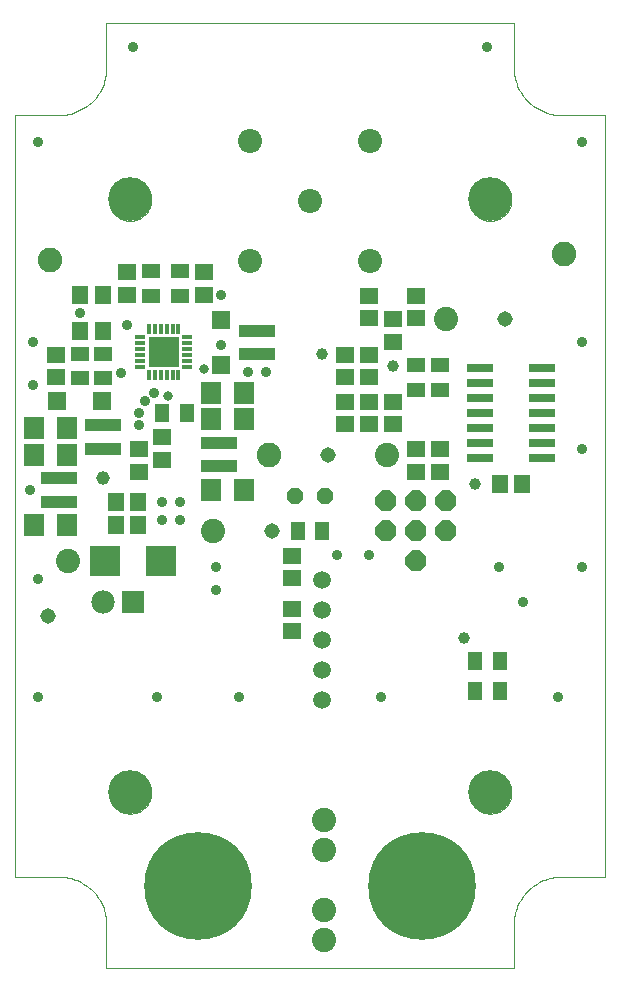
<source format=gts>
G75*
%MOIN*%
%OFA0B0*%
%FSLAX24Y24*%
%IPPOS*%
%LPD*%
%AMOC8*
5,1,8,0,0,1.08239X$1,22.5*
%
%ADD10R,0.0552X0.0631*%
%ADD11R,0.0631X0.0552*%
%ADD12R,0.0670X0.0749*%
%ADD13R,0.0591X0.0591*%
%ADD14R,0.1221X0.0434*%
%ADD15R,0.0512X0.0631*%
%ADD16R,0.0631X0.0512*%
%ADD17R,0.0160X0.0360*%
%ADD18R,0.0360X0.0160*%
%ADD19R,0.0985X0.0985*%
%ADD20C,0.0808*%
%ADD21C,0.0516*%
%ADD22C,0.0820*%
%ADD23R,0.0906X0.0276*%
%ADD24C,0.0000*%
%ADD25C,0.1457*%
%ADD26C,0.3583*%
%ADD27C,0.0039*%
%ADD28C,0.0237*%
%ADD29C,0.0805*%
%ADD30R,0.0780X0.0780*%
%ADD31C,0.0780*%
%ADD32OC8,0.0700*%
%ADD33OC8,0.0560*%
%ADD34R,0.1040X0.1040*%
%ADD35C,0.0594*%
%ADD36C,0.0357*%
%ADD37C,0.0396*%
%ADD38C,0.0317*%
%ADD39C,0.0453*%
D10*
X007856Y016064D03*
X007856Y016851D03*
X008604Y016851D03*
X008604Y016064D03*
X007423Y022560D03*
X006675Y022560D03*
X006675Y023741D03*
X007423Y023741D03*
X020651Y017442D03*
X021399Y017442D03*
D11*
X018663Y017855D03*
X018663Y018603D03*
X017875Y018603D03*
X017875Y017855D03*
X017088Y019430D03*
X017088Y020178D03*
X016301Y020178D03*
X016301Y019430D03*
X015513Y019430D03*
X015513Y020178D03*
X015513Y021005D03*
X015513Y021753D03*
X016301Y021753D03*
X016301Y021005D03*
X017088Y022186D03*
X017088Y022934D03*
X017875Y022973D03*
X017875Y023721D03*
X016301Y023721D03*
X016301Y022973D03*
X010789Y023761D03*
X010789Y024509D03*
X008230Y024509D03*
X008230Y023761D03*
X005867Y021753D03*
X005867Y021005D03*
X008623Y018603D03*
X008623Y017855D03*
X009411Y018249D03*
X009411Y018997D03*
X013741Y015060D03*
X013741Y014312D03*
X013741Y013288D03*
X013741Y012540D03*
D12*
X012127Y017245D03*
X011025Y017245D03*
X011025Y019607D03*
X011025Y020493D03*
X012127Y020493D03*
X012127Y019607D03*
X006222Y019312D03*
X006222Y018426D03*
X005119Y018426D03*
X005119Y019312D03*
X005119Y016064D03*
X006222Y016064D03*
D13*
X005907Y020198D03*
X007403Y020198D03*
X011379Y021418D03*
X011379Y022914D03*
D14*
X012560Y022560D03*
X012560Y021772D03*
X011281Y018820D03*
X011281Y018032D03*
X007442Y018623D03*
X007442Y019410D03*
X005966Y017639D03*
X005966Y016851D03*
D15*
X009391Y019804D03*
X010218Y019804D03*
X013919Y015867D03*
X014745Y015867D03*
X019824Y011536D03*
X019824Y010552D03*
X020651Y010552D03*
X020651Y011536D03*
D16*
X018663Y020572D03*
X018663Y021398D03*
X017875Y021398D03*
X017875Y020572D03*
X010001Y023721D03*
X010001Y024548D03*
X009017Y024548D03*
X009017Y023721D03*
X007442Y021792D03*
X007442Y020965D03*
X006655Y020965D03*
X006655Y021792D03*
D17*
X008960Y021063D03*
X009150Y021063D03*
X009350Y021063D03*
X009550Y021063D03*
X009750Y021063D03*
X009940Y021063D03*
X009940Y022623D03*
X009750Y022623D03*
X009550Y022623D03*
X009350Y022623D03*
X009150Y022623D03*
X008960Y022623D03*
D18*
X008670Y022333D03*
X008670Y022143D03*
X008670Y021943D03*
X008670Y021743D03*
X008670Y021543D03*
X008670Y021353D03*
X010230Y021353D03*
X010230Y021543D03*
X010230Y021743D03*
X010230Y021943D03*
X010230Y022143D03*
X010230Y022333D03*
D19*
X009450Y021833D03*
D20*
X011084Y015867D03*
X006261Y014883D03*
X014785Y006239D03*
X014785Y005239D03*
X014785Y003239D03*
X014785Y002239D03*
X016891Y018426D03*
X018860Y022954D03*
D21*
X020828Y022954D03*
X014923Y018426D03*
X013052Y015867D03*
X005588Y013033D03*
D22*
X012954Y018426D03*
X005671Y024922D03*
X022797Y025119D03*
D23*
X022049Y021304D03*
X022049Y020804D03*
X022049Y020304D03*
X022049Y019804D03*
X022049Y019304D03*
X022049Y018804D03*
X022049Y018304D03*
X020001Y018304D03*
X020001Y018804D03*
X020001Y019304D03*
X020001Y019804D03*
X020001Y020304D03*
X020001Y020804D03*
X020001Y021304D03*
D24*
X005966Y004351D02*
X004489Y004351D01*
X004489Y029745D01*
X005966Y029745D01*
X006043Y029747D01*
X006120Y029753D01*
X006197Y029762D01*
X006273Y029775D01*
X006349Y029792D01*
X006423Y029813D01*
X006497Y029837D01*
X006569Y029865D01*
X006639Y029896D01*
X006708Y029931D01*
X006776Y029969D01*
X006841Y030010D01*
X006904Y030055D01*
X006965Y030103D01*
X007024Y030153D01*
X007080Y030206D01*
X007133Y030262D01*
X007183Y030321D01*
X007231Y030382D01*
X007276Y030445D01*
X007317Y030510D01*
X007355Y030578D01*
X007390Y030647D01*
X007421Y030717D01*
X007449Y030789D01*
X007473Y030863D01*
X007494Y030937D01*
X007511Y031013D01*
X007524Y031089D01*
X007533Y031166D01*
X007539Y031243D01*
X007541Y031320D01*
X007541Y032796D01*
X021123Y032796D01*
X021123Y031320D01*
X021125Y031243D01*
X021131Y031166D01*
X021140Y031089D01*
X021153Y031013D01*
X021170Y030937D01*
X021191Y030863D01*
X021215Y030789D01*
X021243Y030717D01*
X021274Y030647D01*
X021309Y030578D01*
X021347Y030510D01*
X021388Y030445D01*
X021433Y030382D01*
X021481Y030321D01*
X021531Y030262D01*
X021584Y030206D01*
X021640Y030153D01*
X021699Y030103D01*
X021760Y030055D01*
X021823Y030010D01*
X021888Y029969D01*
X021956Y029931D01*
X022025Y029896D01*
X022095Y029865D01*
X022167Y029837D01*
X022241Y029813D01*
X022315Y029792D01*
X022391Y029775D01*
X022467Y029762D01*
X022544Y029753D01*
X022621Y029747D01*
X022698Y029745D01*
X024175Y029745D01*
X024175Y004351D01*
X022698Y004351D01*
X022621Y004349D01*
X022544Y004343D01*
X022467Y004334D01*
X022391Y004321D01*
X022315Y004304D01*
X022241Y004283D01*
X022167Y004259D01*
X022095Y004231D01*
X022025Y004200D01*
X021956Y004165D01*
X021888Y004127D01*
X021823Y004086D01*
X021760Y004041D01*
X021699Y003993D01*
X021640Y003943D01*
X021584Y003890D01*
X021531Y003834D01*
X021481Y003775D01*
X021433Y003714D01*
X021388Y003651D01*
X021347Y003586D01*
X021309Y003518D01*
X021274Y003449D01*
X021243Y003379D01*
X021215Y003307D01*
X021191Y003233D01*
X021170Y003159D01*
X021153Y003083D01*
X021140Y003007D01*
X021131Y002930D01*
X021125Y002853D01*
X021123Y002776D01*
X021123Y001300D01*
X007541Y001300D01*
X007541Y002776D01*
X007539Y002853D01*
X007533Y002930D01*
X007524Y003007D01*
X007511Y003083D01*
X007494Y003159D01*
X007473Y003233D01*
X007449Y003307D01*
X007421Y003379D01*
X007390Y003449D01*
X007355Y003518D01*
X007317Y003586D01*
X007276Y003651D01*
X007231Y003714D01*
X007183Y003775D01*
X007133Y003834D01*
X007080Y003890D01*
X007024Y003943D01*
X006965Y003993D01*
X006904Y004041D01*
X006841Y004086D01*
X006776Y004127D01*
X006708Y004165D01*
X006639Y004200D01*
X006569Y004231D01*
X006497Y004259D01*
X006423Y004283D01*
X006349Y004304D01*
X006273Y004321D01*
X006197Y004334D01*
X006120Y004343D01*
X006043Y004349D01*
X005966Y004351D01*
X007619Y007166D02*
X007621Y007219D01*
X007627Y007272D01*
X007637Y007324D01*
X007650Y007375D01*
X007668Y007425D01*
X007689Y007474D01*
X007714Y007521D01*
X007742Y007565D01*
X007774Y007608D01*
X007808Y007648D01*
X007846Y007686D01*
X007886Y007720D01*
X007929Y007752D01*
X007974Y007780D01*
X008020Y007805D01*
X008069Y007826D01*
X008119Y007844D01*
X008170Y007857D01*
X008222Y007867D01*
X008275Y007873D01*
X008328Y007875D01*
X008381Y007873D01*
X008434Y007867D01*
X008486Y007857D01*
X008537Y007844D01*
X008587Y007826D01*
X008636Y007805D01*
X008683Y007780D01*
X008727Y007752D01*
X008770Y007720D01*
X008810Y007686D01*
X008848Y007648D01*
X008882Y007608D01*
X008914Y007565D01*
X008942Y007520D01*
X008967Y007474D01*
X008988Y007425D01*
X009006Y007375D01*
X009019Y007324D01*
X009029Y007272D01*
X009035Y007219D01*
X009037Y007166D01*
X009035Y007113D01*
X009029Y007060D01*
X009019Y007008D01*
X009006Y006957D01*
X008988Y006907D01*
X008967Y006858D01*
X008942Y006811D01*
X008914Y006767D01*
X008882Y006724D01*
X008848Y006684D01*
X008810Y006646D01*
X008770Y006612D01*
X008727Y006580D01*
X008682Y006552D01*
X008636Y006527D01*
X008587Y006506D01*
X008537Y006488D01*
X008486Y006475D01*
X008434Y006465D01*
X008381Y006459D01*
X008328Y006457D01*
X008275Y006459D01*
X008222Y006465D01*
X008170Y006475D01*
X008119Y006488D01*
X008069Y006506D01*
X008020Y006527D01*
X007973Y006552D01*
X007929Y006580D01*
X007886Y006612D01*
X007846Y006646D01*
X007808Y006684D01*
X007774Y006724D01*
X007742Y006767D01*
X007714Y006812D01*
X007689Y006858D01*
X007668Y006907D01*
X007650Y006957D01*
X007637Y007008D01*
X007627Y007060D01*
X007621Y007113D01*
X007619Y007166D01*
X009608Y005040D02*
X009610Y005059D01*
X009615Y005078D01*
X009625Y005094D01*
X009637Y005109D01*
X009652Y005121D01*
X009668Y005131D01*
X009687Y005136D01*
X009706Y005138D01*
X009725Y005136D01*
X009744Y005131D01*
X009760Y005121D01*
X009775Y005109D01*
X009787Y005094D01*
X009797Y005078D01*
X009802Y005059D01*
X009804Y005040D01*
X009802Y005021D01*
X009797Y005002D01*
X009787Y004986D01*
X009775Y004971D01*
X009760Y004959D01*
X009744Y004949D01*
X009725Y004944D01*
X009706Y004942D01*
X009687Y004944D01*
X009668Y004949D01*
X009652Y004959D01*
X009637Y004971D01*
X009625Y004986D01*
X009615Y005002D01*
X009610Y005021D01*
X009608Y005040D01*
X010494Y005434D02*
X010496Y005453D01*
X010501Y005472D01*
X010511Y005488D01*
X010523Y005503D01*
X010538Y005515D01*
X010554Y005525D01*
X010573Y005530D01*
X010592Y005532D01*
X010611Y005530D01*
X010630Y005525D01*
X010646Y005515D01*
X010661Y005503D01*
X010673Y005488D01*
X010683Y005472D01*
X010688Y005453D01*
X010690Y005434D01*
X010688Y005415D01*
X010683Y005396D01*
X010673Y005380D01*
X010661Y005365D01*
X010646Y005353D01*
X010630Y005343D01*
X010611Y005338D01*
X010592Y005336D01*
X010573Y005338D01*
X010554Y005343D01*
X010538Y005353D01*
X010523Y005365D01*
X010511Y005380D01*
X010501Y005396D01*
X010496Y005415D01*
X010494Y005434D01*
X011478Y005040D02*
X011480Y005059D01*
X011485Y005078D01*
X011495Y005094D01*
X011507Y005109D01*
X011522Y005121D01*
X011538Y005131D01*
X011557Y005136D01*
X011576Y005138D01*
X011595Y005136D01*
X011614Y005131D01*
X011630Y005121D01*
X011645Y005109D01*
X011657Y005094D01*
X011667Y005078D01*
X011672Y005059D01*
X011674Y005040D01*
X011672Y005021D01*
X011667Y005002D01*
X011657Y004986D01*
X011645Y004971D01*
X011630Y004959D01*
X011614Y004949D01*
X011595Y004944D01*
X011576Y004942D01*
X011557Y004944D01*
X011538Y004949D01*
X011522Y004959D01*
X011507Y004971D01*
X011495Y004986D01*
X011485Y005002D01*
X011480Y005021D01*
X011478Y005040D01*
X011872Y004056D02*
X011874Y004075D01*
X011879Y004094D01*
X011889Y004110D01*
X011901Y004125D01*
X011916Y004137D01*
X011932Y004147D01*
X011951Y004152D01*
X011970Y004154D01*
X011989Y004152D01*
X012008Y004147D01*
X012024Y004137D01*
X012039Y004125D01*
X012051Y004110D01*
X012061Y004094D01*
X012066Y004075D01*
X012068Y004056D01*
X012066Y004037D01*
X012061Y004018D01*
X012051Y004002D01*
X012039Y003987D01*
X012024Y003975D01*
X012008Y003965D01*
X011989Y003960D01*
X011970Y003958D01*
X011951Y003960D01*
X011932Y003965D01*
X011916Y003975D01*
X011901Y003987D01*
X011889Y004002D01*
X011879Y004018D01*
X011874Y004037D01*
X011872Y004056D01*
X011478Y003072D02*
X011480Y003091D01*
X011485Y003110D01*
X011495Y003126D01*
X011507Y003141D01*
X011522Y003153D01*
X011538Y003163D01*
X011557Y003168D01*
X011576Y003170D01*
X011595Y003168D01*
X011614Y003163D01*
X011630Y003153D01*
X011645Y003141D01*
X011657Y003126D01*
X011667Y003110D01*
X011672Y003091D01*
X011674Y003072D01*
X011672Y003053D01*
X011667Y003034D01*
X011657Y003018D01*
X011645Y003003D01*
X011630Y002991D01*
X011614Y002981D01*
X011595Y002976D01*
X011576Y002974D01*
X011557Y002976D01*
X011538Y002981D01*
X011522Y002991D01*
X011507Y003003D01*
X011495Y003018D01*
X011485Y003034D01*
X011480Y003053D01*
X011478Y003072D01*
X010494Y002678D02*
X010496Y002697D01*
X010501Y002716D01*
X010511Y002732D01*
X010523Y002747D01*
X010538Y002759D01*
X010554Y002769D01*
X010573Y002774D01*
X010592Y002776D01*
X010611Y002774D01*
X010630Y002769D01*
X010646Y002759D01*
X010661Y002747D01*
X010673Y002732D01*
X010683Y002716D01*
X010688Y002697D01*
X010690Y002678D01*
X010688Y002659D01*
X010683Y002640D01*
X010673Y002624D01*
X010661Y002609D01*
X010646Y002597D01*
X010630Y002587D01*
X010611Y002582D01*
X010592Y002580D01*
X010573Y002582D01*
X010554Y002587D01*
X010538Y002597D01*
X010523Y002609D01*
X010511Y002624D01*
X010501Y002640D01*
X010496Y002659D01*
X010494Y002678D01*
X009510Y003072D02*
X009512Y003091D01*
X009517Y003110D01*
X009527Y003126D01*
X009539Y003141D01*
X009554Y003153D01*
X009570Y003163D01*
X009589Y003168D01*
X009608Y003170D01*
X009627Y003168D01*
X009646Y003163D01*
X009662Y003153D01*
X009677Y003141D01*
X009689Y003126D01*
X009699Y003110D01*
X009704Y003091D01*
X009706Y003072D01*
X009704Y003053D01*
X009699Y003034D01*
X009689Y003018D01*
X009677Y003003D01*
X009662Y002991D01*
X009646Y002981D01*
X009627Y002976D01*
X009608Y002974D01*
X009589Y002976D01*
X009570Y002981D01*
X009554Y002991D01*
X009539Y003003D01*
X009527Y003018D01*
X009517Y003034D01*
X009512Y003053D01*
X009510Y003072D01*
X009116Y004056D02*
X009118Y004075D01*
X009123Y004094D01*
X009133Y004110D01*
X009145Y004125D01*
X009160Y004137D01*
X009176Y004147D01*
X009195Y004152D01*
X009214Y004154D01*
X009233Y004152D01*
X009252Y004147D01*
X009268Y004137D01*
X009283Y004125D01*
X009295Y004110D01*
X009305Y004094D01*
X009310Y004075D01*
X009312Y004056D01*
X009310Y004037D01*
X009305Y004018D01*
X009295Y004002D01*
X009283Y003987D01*
X009268Y003975D01*
X009252Y003965D01*
X009233Y003960D01*
X009214Y003958D01*
X009195Y003960D01*
X009176Y003965D01*
X009160Y003975D01*
X009145Y003987D01*
X009133Y004002D01*
X009123Y004018D01*
X009118Y004037D01*
X009116Y004056D01*
X016596Y004056D02*
X016598Y004075D01*
X016603Y004094D01*
X016613Y004110D01*
X016625Y004125D01*
X016640Y004137D01*
X016656Y004147D01*
X016675Y004152D01*
X016694Y004154D01*
X016713Y004152D01*
X016732Y004147D01*
X016748Y004137D01*
X016763Y004125D01*
X016775Y004110D01*
X016785Y004094D01*
X016790Y004075D01*
X016792Y004056D01*
X016790Y004037D01*
X016785Y004018D01*
X016775Y004002D01*
X016763Y003987D01*
X016748Y003975D01*
X016732Y003965D01*
X016713Y003960D01*
X016694Y003958D01*
X016675Y003960D01*
X016656Y003965D01*
X016640Y003975D01*
X016625Y003987D01*
X016613Y004002D01*
X016603Y004018D01*
X016598Y004037D01*
X016596Y004056D01*
X016990Y003072D02*
X016992Y003091D01*
X016997Y003110D01*
X017007Y003126D01*
X017019Y003141D01*
X017034Y003153D01*
X017050Y003163D01*
X017069Y003168D01*
X017088Y003170D01*
X017107Y003168D01*
X017126Y003163D01*
X017142Y003153D01*
X017157Y003141D01*
X017169Y003126D01*
X017179Y003110D01*
X017184Y003091D01*
X017186Y003072D01*
X017184Y003053D01*
X017179Y003034D01*
X017169Y003018D01*
X017157Y003003D01*
X017142Y002991D01*
X017126Y002981D01*
X017107Y002976D01*
X017088Y002974D01*
X017069Y002976D01*
X017050Y002981D01*
X017034Y002991D01*
X017019Y003003D01*
X017007Y003018D01*
X016997Y003034D01*
X016992Y003053D01*
X016990Y003072D01*
X017974Y002678D02*
X017976Y002697D01*
X017981Y002716D01*
X017991Y002732D01*
X018003Y002747D01*
X018018Y002759D01*
X018034Y002769D01*
X018053Y002774D01*
X018072Y002776D01*
X018091Y002774D01*
X018110Y002769D01*
X018126Y002759D01*
X018141Y002747D01*
X018153Y002732D01*
X018163Y002716D01*
X018168Y002697D01*
X018170Y002678D01*
X018168Y002659D01*
X018163Y002640D01*
X018153Y002624D01*
X018141Y002609D01*
X018126Y002597D01*
X018110Y002587D01*
X018091Y002582D01*
X018072Y002580D01*
X018053Y002582D01*
X018034Y002587D01*
X018018Y002597D01*
X018003Y002609D01*
X017991Y002624D01*
X017981Y002640D01*
X017976Y002659D01*
X017974Y002678D01*
X018958Y003072D02*
X018960Y003091D01*
X018965Y003110D01*
X018975Y003126D01*
X018987Y003141D01*
X019002Y003153D01*
X019018Y003163D01*
X019037Y003168D01*
X019056Y003170D01*
X019075Y003168D01*
X019094Y003163D01*
X019110Y003153D01*
X019125Y003141D01*
X019137Y003126D01*
X019147Y003110D01*
X019152Y003091D01*
X019154Y003072D01*
X019152Y003053D01*
X019147Y003034D01*
X019137Y003018D01*
X019125Y003003D01*
X019110Y002991D01*
X019094Y002981D01*
X019075Y002976D01*
X019056Y002974D01*
X019037Y002976D01*
X019018Y002981D01*
X019002Y002991D01*
X018987Y003003D01*
X018975Y003018D01*
X018965Y003034D01*
X018960Y003053D01*
X018958Y003072D01*
X019352Y004056D02*
X019354Y004075D01*
X019359Y004094D01*
X019369Y004110D01*
X019381Y004125D01*
X019396Y004137D01*
X019412Y004147D01*
X019431Y004152D01*
X019450Y004154D01*
X019469Y004152D01*
X019488Y004147D01*
X019504Y004137D01*
X019519Y004125D01*
X019531Y004110D01*
X019541Y004094D01*
X019546Y004075D01*
X019548Y004056D01*
X019546Y004037D01*
X019541Y004018D01*
X019531Y004002D01*
X019519Y003987D01*
X019504Y003975D01*
X019488Y003965D01*
X019469Y003960D01*
X019450Y003958D01*
X019431Y003960D01*
X019412Y003965D01*
X019396Y003975D01*
X019381Y003987D01*
X019369Y004002D01*
X019359Y004018D01*
X019354Y004037D01*
X019352Y004056D01*
X018958Y005040D02*
X018960Y005059D01*
X018965Y005078D01*
X018975Y005094D01*
X018987Y005109D01*
X019002Y005121D01*
X019018Y005131D01*
X019037Y005136D01*
X019056Y005138D01*
X019075Y005136D01*
X019094Y005131D01*
X019110Y005121D01*
X019125Y005109D01*
X019137Y005094D01*
X019147Y005078D01*
X019152Y005059D01*
X019154Y005040D01*
X019152Y005021D01*
X019147Y005002D01*
X019137Y004986D01*
X019125Y004971D01*
X019110Y004959D01*
X019094Y004949D01*
X019075Y004944D01*
X019056Y004942D01*
X019037Y004944D01*
X019018Y004949D01*
X019002Y004959D01*
X018987Y004971D01*
X018975Y004986D01*
X018965Y005002D01*
X018960Y005021D01*
X018958Y005040D01*
X017974Y005434D02*
X017976Y005453D01*
X017981Y005472D01*
X017991Y005488D01*
X018003Y005503D01*
X018018Y005515D01*
X018034Y005525D01*
X018053Y005530D01*
X018072Y005532D01*
X018091Y005530D01*
X018110Y005525D01*
X018126Y005515D01*
X018141Y005503D01*
X018153Y005488D01*
X018163Y005472D01*
X018168Y005453D01*
X018170Y005434D01*
X018168Y005415D01*
X018163Y005396D01*
X018153Y005380D01*
X018141Y005365D01*
X018126Y005353D01*
X018110Y005343D01*
X018091Y005338D01*
X018072Y005336D01*
X018053Y005338D01*
X018034Y005343D01*
X018018Y005353D01*
X018003Y005365D01*
X017991Y005380D01*
X017981Y005396D01*
X017976Y005415D01*
X017974Y005434D01*
X017088Y005040D02*
X017090Y005059D01*
X017095Y005078D01*
X017105Y005094D01*
X017117Y005109D01*
X017132Y005121D01*
X017148Y005131D01*
X017167Y005136D01*
X017186Y005138D01*
X017205Y005136D01*
X017224Y005131D01*
X017240Y005121D01*
X017255Y005109D01*
X017267Y005094D01*
X017277Y005078D01*
X017282Y005059D01*
X017284Y005040D01*
X017282Y005021D01*
X017277Y005002D01*
X017267Y004986D01*
X017255Y004971D01*
X017240Y004959D01*
X017224Y004949D01*
X017205Y004944D01*
X017186Y004942D01*
X017167Y004944D01*
X017148Y004949D01*
X017132Y004959D01*
X017117Y004971D01*
X017105Y004986D01*
X017095Y005002D01*
X017090Y005021D01*
X017088Y005040D01*
X019627Y007166D02*
X019629Y007219D01*
X019635Y007272D01*
X019645Y007324D01*
X019658Y007375D01*
X019676Y007425D01*
X019697Y007474D01*
X019722Y007521D01*
X019750Y007565D01*
X019782Y007608D01*
X019816Y007648D01*
X019854Y007686D01*
X019894Y007720D01*
X019937Y007752D01*
X019982Y007780D01*
X020028Y007805D01*
X020077Y007826D01*
X020127Y007844D01*
X020178Y007857D01*
X020230Y007867D01*
X020283Y007873D01*
X020336Y007875D01*
X020389Y007873D01*
X020442Y007867D01*
X020494Y007857D01*
X020545Y007844D01*
X020595Y007826D01*
X020644Y007805D01*
X020691Y007780D01*
X020735Y007752D01*
X020778Y007720D01*
X020818Y007686D01*
X020856Y007648D01*
X020890Y007608D01*
X020922Y007565D01*
X020950Y007520D01*
X020975Y007474D01*
X020996Y007425D01*
X021014Y007375D01*
X021027Y007324D01*
X021037Y007272D01*
X021043Y007219D01*
X021045Y007166D01*
X021043Y007113D01*
X021037Y007060D01*
X021027Y007008D01*
X021014Y006957D01*
X020996Y006907D01*
X020975Y006858D01*
X020950Y006811D01*
X020922Y006767D01*
X020890Y006724D01*
X020856Y006684D01*
X020818Y006646D01*
X020778Y006612D01*
X020735Y006580D01*
X020690Y006552D01*
X020644Y006527D01*
X020595Y006506D01*
X020545Y006488D01*
X020494Y006475D01*
X020442Y006465D01*
X020389Y006459D01*
X020336Y006457D01*
X020283Y006459D01*
X020230Y006465D01*
X020178Y006475D01*
X020127Y006488D01*
X020077Y006506D01*
X020028Y006527D01*
X019981Y006552D01*
X019937Y006580D01*
X019894Y006612D01*
X019854Y006646D01*
X019816Y006684D01*
X019782Y006724D01*
X019750Y006767D01*
X019722Y006812D01*
X019697Y006858D01*
X019676Y006907D01*
X019658Y006957D01*
X019645Y007008D01*
X019635Y007060D01*
X019629Y007113D01*
X019627Y007166D01*
X019627Y026930D02*
X019629Y026983D01*
X019635Y027036D01*
X019645Y027088D01*
X019658Y027139D01*
X019676Y027189D01*
X019697Y027238D01*
X019722Y027285D01*
X019750Y027329D01*
X019782Y027372D01*
X019816Y027412D01*
X019854Y027450D01*
X019894Y027484D01*
X019937Y027516D01*
X019982Y027544D01*
X020028Y027569D01*
X020077Y027590D01*
X020127Y027608D01*
X020178Y027621D01*
X020230Y027631D01*
X020283Y027637D01*
X020336Y027639D01*
X020389Y027637D01*
X020442Y027631D01*
X020494Y027621D01*
X020545Y027608D01*
X020595Y027590D01*
X020644Y027569D01*
X020691Y027544D01*
X020735Y027516D01*
X020778Y027484D01*
X020818Y027450D01*
X020856Y027412D01*
X020890Y027372D01*
X020922Y027329D01*
X020950Y027284D01*
X020975Y027238D01*
X020996Y027189D01*
X021014Y027139D01*
X021027Y027088D01*
X021037Y027036D01*
X021043Y026983D01*
X021045Y026930D01*
X021043Y026877D01*
X021037Y026824D01*
X021027Y026772D01*
X021014Y026721D01*
X020996Y026671D01*
X020975Y026622D01*
X020950Y026575D01*
X020922Y026531D01*
X020890Y026488D01*
X020856Y026448D01*
X020818Y026410D01*
X020778Y026376D01*
X020735Y026344D01*
X020690Y026316D01*
X020644Y026291D01*
X020595Y026270D01*
X020545Y026252D01*
X020494Y026239D01*
X020442Y026229D01*
X020389Y026223D01*
X020336Y026221D01*
X020283Y026223D01*
X020230Y026229D01*
X020178Y026239D01*
X020127Y026252D01*
X020077Y026270D01*
X020028Y026291D01*
X019981Y026316D01*
X019937Y026344D01*
X019894Y026376D01*
X019854Y026410D01*
X019816Y026448D01*
X019782Y026488D01*
X019750Y026531D01*
X019722Y026576D01*
X019697Y026622D01*
X019676Y026671D01*
X019658Y026721D01*
X019645Y026772D01*
X019635Y026824D01*
X019629Y026877D01*
X019627Y026930D01*
X007619Y026930D02*
X007621Y026983D01*
X007627Y027036D01*
X007637Y027088D01*
X007650Y027139D01*
X007668Y027189D01*
X007689Y027238D01*
X007714Y027285D01*
X007742Y027329D01*
X007774Y027372D01*
X007808Y027412D01*
X007846Y027450D01*
X007886Y027484D01*
X007929Y027516D01*
X007974Y027544D01*
X008020Y027569D01*
X008069Y027590D01*
X008119Y027608D01*
X008170Y027621D01*
X008222Y027631D01*
X008275Y027637D01*
X008328Y027639D01*
X008381Y027637D01*
X008434Y027631D01*
X008486Y027621D01*
X008537Y027608D01*
X008587Y027590D01*
X008636Y027569D01*
X008683Y027544D01*
X008727Y027516D01*
X008770Y027484D01*
X008810Y027450D01*
X008848Y027412D01*
X008882Y027372D01*
X008914Y027329D01*
X008942Y027284D01*
X008967Y027238D01*
X008988Y027189D01*
X009006Y027139D01*
X009019Y027088D01*
X009029Y027036D01*
X009035Y026983D01*
X009037Y026930D01*
X009035Y026877D01*
X009029Y026824D01*
X009019Y026772D01*
X009006Y026721D01*
X008988Y026671D01*
X008967Y026622D01*
X008942Y026575D01*
X008914Y026531D01*
X008882Y026488D01*
X008848Y026448D01*
X008810Y026410D01*
X008770Y026376D01*
X008727Y026344D01*
X008682Y026316D01*
X008636Y026291D01*
X008587Y026270D01*
X008537Y026252D01*
X008486Y026239D01*
X008434Y026229D01*
X008381Y026223D01*
X008328Y026221D01*
X008275Y026223D01*
X008222Y026229D01*
X008170Y026239D01*
X008119Y026252D01*
X008069Y026270D01*
X008020Y026291D01*
X007973Y026316D01*
X007929Y026344D01*
X007886Y026376D01*
X007846Y026410D01*
X007808Y026448D01*
X007774Y026488D01*
X007742Y026531D01*
X007714Y026576D01*
X007689Y026622D01*
X007668Y026671D01*
X007650Y026721D01*
X007637Y026772D01*
X007627Y026824D01*
X007621Y026877D01*
X007619Y026930D01*
D25*
X008328Y026930D03*
X020336Y026930D03*
X020336Y007166D03*
X008328Y007166D03*
D26*
X010592Y004056D03*
X018072Y004056D03*
D27*
X017147Y004056D02*
X017149Y004116D01*
X017155Y004177D01*
X017165Y004236D01*
X017179Y004295D01*
X017196Y004353D01*
X017217Y004410D01*
X017242Y004465D01*
X017271Y004518D01*
X017303Y004570D01*
X017338Y004619D01*
X017377Y004666D01*
X017418Y004710D01*
X017462Y004751D01*
X017509Y004790D01*
X017558Y004825D01*
X017609Y004857D01*
X017663Y004886D01*
X017718Y004911D01*
X017775Y004932D01*
X017833Y004949D01*
X017892Y004963D01*
X017951Y004973D01*
X018012Y004979D01*
X018072Y004981D01*
X018132Y004979D01*
X018193Y004973D01*
X018252Y004963D01*
X018311Y004949D01*
X018369Y004932D01*
X018426Y004911D01*
X018481Y004886D01*
X018534Y004857D01*
X018586Y004825D01*
X018635Y004790D01*
X018682Y004751D01*
X018726Y004710D01*
X018767Y004666D01*
X018806Y004619D01*
X018841Y004570D01*
X018873Y004519D01*
X018902Y004465D01*
X018927Y004410D01*
X018948Y004353D01*
X018965Y004295D01*
X018979Y004236D01*
X018989Y004177D01*
X018995Y004116D01*
X018997Y004056D01*
X018995Y003996D01*
X018989Y003935D01*
X018979Y003876D01*
X018965Y003817D01*
X018948Y003759D01*
X018927Y003702D01*
X018902Y003647D01*
X018873Y003594D01*
X018841Y003542D01*
X018806Y003493D01*
X018767Y003446D01*
X018726Y003402D01*
X018682Y003361D01*
X018635Y003322D01*
X018586Y003287D01*
X018535Y003255D01*
X018481Y003226D01*
X018426Y003201D01*
X018369Y003180D01*
X018311Y003163D01*
X018252Y003149D01*
X018193Y003139D01*
X018132Y003133D01*
X018072Y003131D01*
X018012Y003133D01*
X017951Y003139D01*
X017892Y003149D01*
X017833Y003163D01*
X017775Y003180D01*
X017718Y003201D01*
X017663Y003226D01*
X017610Y003255D01*
X017558Y003287D01*
X017509Y003322D01*
X017462Y003361D01*
X017418Y003402D01*
X017377Y003446D01*
X017338Y003493D01*
X017303Y003542D01*
X017271Y003593D01*
X017242Y003647D01*
X017217Y003702D01*
X017196Y003759D01*
X017179Y003817D01*
X017165Y003876D01*
X017155Y003935D01*
X017149Y003996D01*
X017147Y004056D01*
X009667Y004056D02*
X009669Y004116D01*
X009675Y004177D01*
X009685Y004236D01*
X009699Y004295D01*
X009716Y004353D01*
X009737Y004410D01*
X009762Y004465D01*
X009791Y004518D01*
X009823Y004570D01*
X009858Y004619D01*
X009897Y004666D01*
X009938Y004710D01*
X009982Y004751D01*
X010029Y004790D01*
X010078Y004825D01*
X010129Y004857D01*
X010183Y004886D01*
X010238Y004911D01*
X010295Y004932D01*
X010353Y004949D01*
X010412Y004963D01*
X010471Y004973D01*
X010532Y004979D01*
X010592Y004981D01*
X010652Y004979D01*
X010713Y004973D01*
X010772Y004963D01*
X010831Y004949D01*
X010889Y004932D01*
X010946Y004911D01*
X011001Y004886D01*
X011054Y004857D01*
X011106Y004825D01*
X011155Y004790D01*
X011202Y004751D01*
X011246Y004710D01*
X011287Y004666D01*
X011326Y004619D01*
X011361Y004570D01*
X011393Y004519D01*
X011422Y004465D01*
X011447Y004410D01*
X011468Y004353D01*
X011485Y004295D01*
X011499Y004236D01*
X011509Y004177D01*
X011515Y004116D01*
X011517Y004056D01*
X011515Y003996D01*
X011509Y003935D01*
X011499Y003876D01*
X011485Y003817D01*
X011468Y003759D01*
X011447Y003702D01*
X011422Y003647D01*
X011393Y003594D01*
X011361Y003542D01*
X011326Y003493D01*
X011287Y003446D01*
X011246Y003402D01*
X011202Y003361D01*
X011155Y003322D01*
X011106Y003287D01*
X011055Y003255D01*
X011001Y003226D01*
X010946Y003201D01*
X010889Y003180D01*
X010831Y003163D01*
X010772Y003149D01*
X010713Y003139D01*
X010652Y003133D01*
X010592Y003131D01*
X010532Y003133D01*
X010471Y003139D01*
X010412Y003149D01*
X010353Y003163D01*
X010295Y003180D01*
X010238Y003201D01*
X010183Y003226D01*
X010130Y003255D01*
X010078Y003287D01*
X010029Y003322D01*
X009982Y003361D01*
X009938Y003402D01*
X009897Y003446D01*
X009858Y003493D01*
X009823Y003542D01*
X009791Y003593D01*
X009762Y003647D01*
X009737Y003702D01*
X009716Y003759D01*
X009699Y003817D01*
X009685Y003876D01*
X009675Y003935D01*
X009669Y003996D01*
X009667Y004056D01*
D28*
X009214Y004056D03*
X009608Y003072D03*
X010592Y002678D03*
X011576Y003072D03*
X011970Y004056D03*
X011576Y005040D03*
X010592Y005434D03*
X009706Y005040D03*
X016694Y004056D03*
X017088Y003072D03*
X018072Y002678D03*
X019056Y003072D03*
X019450Y004056D03*
X019056Y005040D03*
X018072Y005434D03*
X017186Y005040D03*
D29*
X016332Y024891D03*
X014332Y026891D03*
X012332Y028891D03*
X012332Y024891D03*
X016332Y028891D03*
D30*
X008426Y013505D03*
D31*
X007426Y013505D03*
D32*
X016875Y015867D03*
X016875Y016867D03*
X017875Y016867D03*
X017875Y015867D03*
X017875Y014867D03*
X018875Y015867D03*
X018875Y016867D03*
D33*
X014832Y017048D03*
X013832Y017048D03*
D34*
X009351Y014883D03*
X007501Y014883D03*
D35*
X014745Y014231D03*
X014745Y013231D03*
X014745Y012231D03*
X014745Y011231D03*
X014745Y010231D03*
D36*
X016694Y010355D03*
X016301Y015080D03*
X015218Y015080D03*
X011970Y010355D03*
X009214Y010355D03*
X011182Y013898D03*
X011182Y014686D03*
X010001Y016261D03*
X010001Y016851D03*
X009411Y016851D03*
X009411Y016261D03*
X008623Y019410D03*
X008623Y019804D03*
X008820Y020198D03*
X009115Y020493D03*
X008033Y021143D03*
X008230Y022757D03*
X006655Y023150D03*
X005080Y022166D03*
X005080Y020749D03*
X004982Y017245D03*
X005277Y014292D03*
X005277Y010355D03*
X012265Y021182D03*
X012856Y021182D03*
X011379Y022068D03*
X011379Y023741D03*
X008426Y032009D03*
X005277Y028859D03*
X020238Y032009D03*
X023387Y028859D03*
X023387Y022166D03*
X023387Y018623D03*
X023387Y014686D03*
X021419Y013505D03*
X020631Y014686D03*
X022600Y010355D03*
D37*
X019450Y012324D03*
X019844Y017442D03*
X017088Y021379D03*
X014726Y021772D03*
D38*
X010789Y021280D03*
X009608Y020394D03*
D39*
X007442Y017639D03*
M02*

</source>
